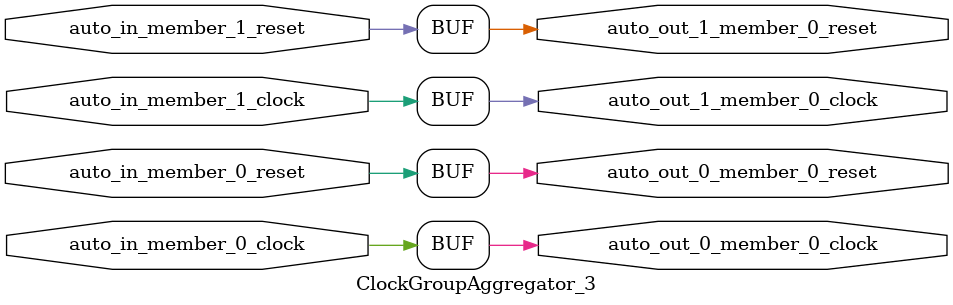
<source format=v>
module ClockGroupAggregator_3( // @[:chipyard.TestHarness.RocketConfig.fir@41105.2]
  input   auto_in_member_1_clock, // @[:chipyard.TestHarness.RocketConfig.fir@41106.4]
  input   auto_in_member_1_reset, // @[:chipyard.TestHarness.RocketConfig.fir@41106.4]
  input   auto_in_member_0_clock, // @[:chipyard.TestHarness.RocketConfig.fir@41106.4]
  input   auto_in_member_0_reset, // @[:chipyard.TestHarness.RocketConfig.fir@41106.4]
  output  auto_out_1_member_0_clock, // @[:chipyard.TestHarness.RocketConfig.fir@41106.4]
  output  auto_out_1_member_0_reset, // @[:chipyard.TestHarness.RocketConfig.fir@41106.4]
  output  auto_out_0_member_0_clock, // @[:chipyard.TestHarness.RocketConfig.fir@41106.4]
  output  auto_out_0_member_0_reset // @[:chipyard.TestHarness.RocketConfig.fir@41106.4]
);
  assign auto_out_1_member_0_clock = auto_in_member_1_clock; // @[LazyModule.scala 181:49:chipyard.TestHarness.RocketConfig.fir@41123.4]
  assign auto_out_1_member_0_reset = auto_in_member_1_reset; // @[LazyModule.scala 181:49:chipyard.TestHarness.RocketConfig.fir@41123.4]
  assign auto_out_0_member_0_clock = auto_in_member_0_clock; // @[LazyModule.scala 181:49:chipyard.TestHarness.RocketConfig.fir@41122.4]
  assign auto_out_0_member_0_reset = auto_in_member_0_reset; // @[LazyModule.scala 181:49:chipyard.TestHarness.RocketConfig.fir@41122.4]
endmodule

</source>
